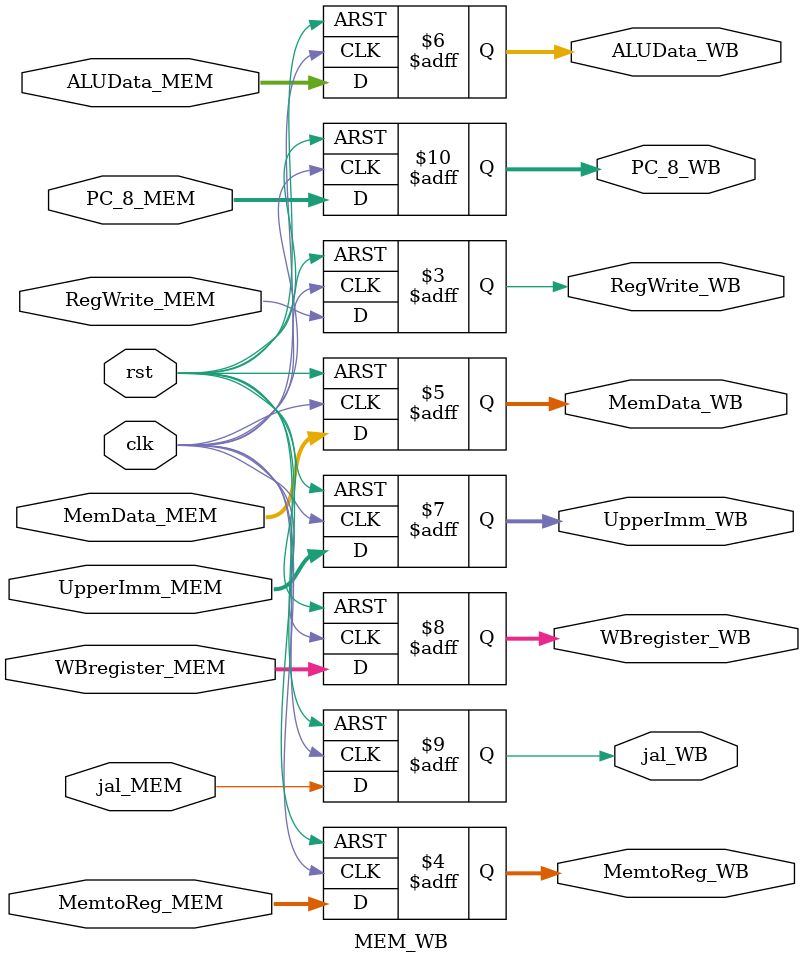
<source format=v>
module MEM_WB(
	clk,
	rst,
	RegWrite_MEM,	
	MemtoReg_MEM,	
	MemData_MEM,
	ALUData_MEM,
	UpperImm_MEM,
	WBregister_MEM,
	jal_MEM,
	PC_8_MEM,
	RegWrite_WB,	
	MemtoReg_WB,	
	MemData_WB,
	ALUData_WB,
	UpperImm_WB,
	WBregister_WB,
	jal_WB,
	PC_8_WB
);

input clk;
input rst;
input RegWrite_MEM;
input [1:0] MemtoReg_MEM;
input [31:0] MemData_MEM;
input [31:0] ALUData_MEM;
input [31:0] UpperImm_MEM;
input [4:0] WBregister_MEM;
input jal_MEM;
input [31:0] PC_8_MEM;

output RegWrite_WB;
output [1:0] MemtoReg_WB;
output [31:0] MemData_WB;
output [31:0] ALUData_WB;
output [31:0] UpperImm_WB;
output [4:0] WBregister_WB;
output jal_WB;
output [31:0] PC_8_WB;

reg RegWrite_WB;
reg [1:0] MemtoReg_WB;
reg [31:0] MemData_WB;
reg [31:0] UpperImm_WB;
reg [31:0] ALUData_WB;
reg [4:0] WBregister_WB;
reg jal_WB;
reg [31:0] PC_8_WB;

always @(posedge clk or negedge rst) 
begin
  if(~rst) 
  begin
	RegWrite_WB <= 1'b0;
	MemtoReg_WB <= 2'b0;	
	MemData_WB <= 32'b0;
	ALUData_WB <= 32'b0;
	UpperImm_WB <= 32'b0;
	WBregister_WB <= 5'b0;
	jal_WB <= 1'b0;
	PC_8_WB <= 32'b0;
  end
  else 
  begin
	RegWrite_WB <= RegWrite_MEM;
	MemtoReg_WB <= MemtoReg_MEM;	
	MemData_WB <= MemData_MEM;
	ALUData_WB <= ALUData_MEM;
	UpperImm_WB <= UpperImm_MEM;
	WBregister_WB <= WBregister_MEM;
	jal_WB <= jal_MEM;	
	PC_8_WB <= PC_8_MEM;
  end
end

endmodule

</source>
